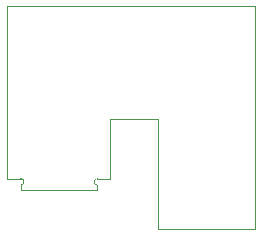
<source format=gbr>
%TF.GenerationSoftware,KiCad,Pcbnew,9.0.1*%
%TF.CreationDate,2025-07-04T13:50:08+02:00*%
%TF.ProjectId,USB_18pinOmnetics_bend,5553425f-3138-4706-996e-4f6d6e657469,rev?*%
%TF.SameCoordinates,Original*%
%TF.FileFunction,Profile,NP*%
%FSLAX46Y46*%
G04 Gerber Fmt 4.6, Leading zero omitted, Abs format (unit mm)*
G04 Created by KiCad (PCBNEW 9.0.1) date 2025-07-04 13:50:08*
%MOMM*%
%LPD*%
G01*
G04 APERTURE LIST*
%TA.AperFunction,Profile*%
%ADD10C,0.050000*%
%TD*%
G04 APERTURE END LIST*
D10*
X130600000Y-89100000D02*
X130600000Y-103725000D01*
X151600000Y-89100000D02*
X151600000Y-108000000D01*
X148400000Y-108000000D02*
X151600000Y-108000000D01*
X130600000Y-89100000D02*
X151600000Y-89100000D01*
X138300000Y-103725000D02*
X139359500Y-103725000D01*
X138297000Y-104274980D02*
G75*
G02*
X138300000Y-103725004I3000J274980D01*
G01*
X138297000Y-104274980D02*
X138297000Y-104675000D01*
X131797000Y-103725000D02*
X130600000Y-103725000D01*
X131797000Y-103725000D02*
G75*
G02*
X131797000Y-104275000I0J-275000D01*
G01*
X139359500Y-103725000D02*
X139359500Y-98675000D01*
X131797000Y-104275000D02*
X131797000Y-104675000D01*
X139359500Y-98675000D02*
X143400000Y-98675000D01*
X143400000Y-98675000D02*
X143400000Y-108000000D01*
X143400000Y-108000000D02*
X148400000Y-108000000D01*
X138297000Y-104675000D02*
X131797000Y-104675000D01*
M02*

</source>
